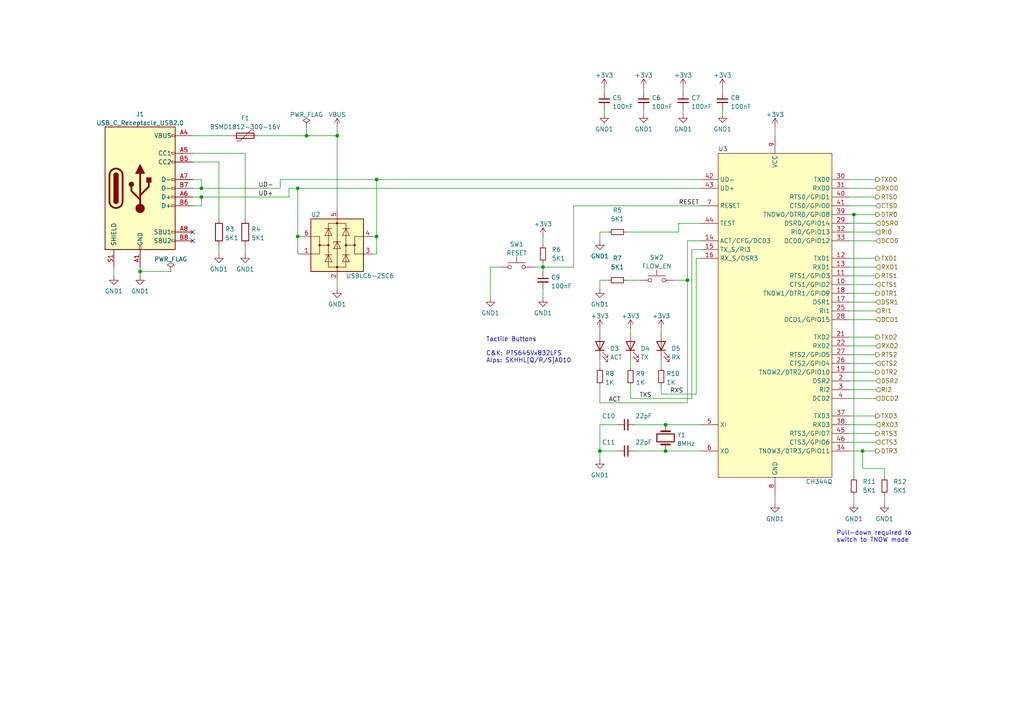
<source format=kicad_sch>
(kicad_sch (version 20211123) (generator eeschema)
  (paper "A4")
  (title_block (title "CH344 Isolated Serial Adapter") (date "2024-01-12") (rev "2") (company "Sleepy Pony Labs"))
  (lib_symbols
    (symbol "Connector:USB_C_Receptacle_USB2.0" (pin_names (offset 1.016))
      (property "Reference" "J" (at -10.16 19.05 0))
      (property "Value" "USB_C_Receptacle_USB2.0" (at 19.05 19.05 0))
      (symbol "USB_C_Receptacle_USB2.0_0_0"
        (rectangle (start -0.254 -17.78) (end 0.254 -16.764))
        (rectangle (start 10.16 -14.986) (end 9.144 -15.494))
        (rectangle (start 10.16 -12.446) (end 9.144 -12.954))
        (rectangle (start 10.16 -4.826) (end 9.144 -5.334))
        (rectangle (start 10.16 -2.286) (end 9.144 -2.794))
        (rectangle (start 10.16 0.254) (end 9.144 -0.254))
        (rectangle (start 10.16 2.794) (end 9.144 2.286))
        (rectangle (start 10.16 7.874) (end 9.144 7.366))
        (rectangle (start 10.16 10.414) (end 9.144 9.906))
        (rectangle (start 10.16 15.494) (end 9.144 14.986))
      )
      (symbol "USB_C_Receptacle_USB2.0_0_1"
        (rectangle (start -10.16 17.78) (end 10.16 -17.78) (stroke (width 0.254)) (fill (type background)))
        (arc (start -8.89 -3.81) (mid -6.985 -5.715) (end -5.08 -3.81) (stroke (width 0.508)))
        (arc (start -7.62 -3.81) (mid -6.985 -4.445) (end -6.35 -3.81) (stroke (width 0.254)))
        (arc (start -7.62 -3.81) (mid -6.985 -4.445) (end -6.35 -3.81) (stroke (width 0.254)) (fill (type outline)))
        (rectangle (start -7.62 -3.81) (end -6.35 3.81) (stroke (width 0.254)) (fill (type outline)))
        (arc (start -6.35 3.81) (mid -6.985 4.445) (end -7.62 3.81) (stroke (width 0.254)))
        (arc (start -6.35 3.81) (mid -6.985 4.445) (end -7.62 3.81) (stroke (width 0.254)) (fill (type outline)))
        (arc (start -5.08 3.81) (mid -6.985 5.715) (end -8.89 3.81) (stroke (width 0.508)))
        (circle (center -2.54 1.143) (radius 0.635) (stroke (width 0.254)) (fill (type outline)))
        (circle (center 0 -5.842) (radius 1.27) (fill (type outline)))
        (polyline (pts (xy -8.89 -3.81) (xy -8.89 3.81)) (stroke (width 0.508)))
        (polyline (pts (xy -5.08 3.81) (xy -5.08 -3.81)) (stroke (width 0.508)))
        (polyline (pts (xy 0 -5.842) (xy 0 4.318)) (stroke (width 0.508)))
        (polyline (pts (xy 0 -3.302) (xy -2.54 -0.762) (xy -2.54 0.508)) (stroke (width 0.508)))
        (polyline (pts (xy 0 -2.032) (xy 2.54 0.508) (xy 2.54 1.778)) (stroke (width 0.508)))
        (polyline (pts (xy -1.27 4.318) (xy 0 6.858) (xy 1.27 4.318) (xy -1.27 4.318)) (stroke (width 0.254)) (fill (type outline)))
        (rectangle (start 1.905 1.778) (end 3.175 3.048) (stroke (width 0.254)) (fill (type outline)))
      )
      (symbol "USB_C_Receptacle_USB2.0_1_1"
        (pin passive line (at 0 -22.86 90) (length 5.08) (name "GND") (number "A1"))
        (pin passive line (at 0 -22.86 90) (length 5.08) hide (name "GND") (number "A12"))
        (pin passive line (at 15.24 15.24 180) (length 5.08) (name "VBUS") (number "A4"))
        (pin bidirectional line (at 15.24 10.16 180) (length 5.08) (name "CC1") (number "A5"))
        (pin bidirectional line (at 15.24 -2.54 180) (length 5.08) (name "D+") (number "A6"))
        (pin bidirectional line (at 15.24 2.54 180) (length 5.08) (name "D-") (number "A7"))
        (pin bidirectional line (at 15.24 -12.7 180) (length 5.08) (name "SBU1") (number "A8"))
        (pin passive line (at 15.24 15.24 180) (length 5.08) hide (name "VBUS") (number "A9"))
        (pin passive line (at 0 -22.86 90) (length 5.08) hide (name "GND") (number "B1"))
        (pin passive line (at 0 -22.86 90) (length 5.08) hide (name "GND") (number "B12"))
        (pin passive line (at 15.24 15.24 180) (length 5.08) hide (name "VBUS") (number "B4"))
        (pin bidirectional line (at 15.24 7.62 180) (length 5.08) (name "CC2") (number "B5"))
        (pin bidirectional line (at 15.24 -5.08 180) (length 5.08) (name "D+") (number "B6"))
        (pin bidirectional line (at 15.24 0 180) (length 5.08) (name "D-") (number "B7"))
        (pin bidirectional line (at 15.24 -15.24 180) (length 5.08) (name "SBU2") (number "B8"))
        (pin passive line (at 15.24 15.24 180) (length 5.08) hide (name "VBUS") (number "B9"))
        (pin passive line (at -7.62 -22.86 90) (length 5.08) (name "SHIELD") (number "S1"))
      )
    )
    (symbol "Device:C_Small" (pin_numbers hide) (pin_names (offset 0.254) hide)
      (property "Reference" "C" (at 0.254 1.778 0))
      (property "Value" "C_Small" (at 0.254 -2.032 0))
      (symbol "C_Small_0_1"
        (polyline (pts (xy -1.524 -0.508) (xy 1.524 -0.508)) (stroke (width 0.3302)))
        (polyline (pts (xy -1.524 0.508) (xy 1.524 0.508)) (stroke (width 0.3048)))
      )
      (symbol "C_Small_1_1"
        (pin passive line (at 0 2.54 270) (length 2.032) (name "~") (number "1"))
        (pin passive line (at 0 -2.54 90) (length 2.032) (name "~") (number "2"))
      )
    )
    (symbol "Device:Crystal" (pin_numbers hide) (pin_names (offset 1.016) hide)
      (property "Reference" "Y" (at 0 3.81 0))
      (property "Value" "Crystal" (at 0 -3.81 0))
      (symbol "Crystal_0_1"
        (rectangle (start -1.143 2.54) (end 1.143 -2.54) (stroke (width 0.3048)))
        (polyline (pts (xy -2.54 0) (xy -1.905 0)))
        (polyline (pts (xy -1.905 -1.27) (xy -1.905 1.27)) (stroke (width 0.508)))
        (polyline (pts (xy 1.905 -1.27) (xy 1.905 1.27)) (stroke (width 0.508)))
        (polyline (pts (xy 2.54 0) (xy 1.905 0)))
      )
      (symbol "Crystal_1_1"
        (pin passive line (at -3.81 0 0) (length 1.27) (name "1") (number "1"))
        (pin passive line (at 3.81 0 180) (length 1.27) (name "2") (number "2"))
      )
    )
    (symbol "Device:LED" (pin_numbers hide) (pin_names (offset 1.016) hide)
      (property "Reference" "D" (at 0 2.54 0))
      (property "Value" "LED" (at 0 -2.54 0))
      (symbol "LED_0_1"
        (polyline (pts (xy -1.27 -1.27) (xy -1.27 1.27)) (stroke (width 0.254)))
        (polyline (pts (xy -1.27 0) (xy 1.27 0)))
        (polyline (pts (xy 1.27 -1.27) (xy 1.27 1.27) (xy -1.27 0) (xy 1.27 -1.27)) (stroke (width 0.254)))
        (polyline (pts (xy -3.048 -0.762) (xy -4.572 -2.286) (xy -3.81 -2.286) (xy -4.572 -2.286) (xy -4.572 -1.524)))
        (polyline (pts (xy -1.778 -0.762) (xy -3.302 -2.286) (xy -2.54 -2.286) (xy -3.302 -2.286) (xy -3.302 -1.524)))
      )
      (symbol "LED_1_1"
        (pin passive line (at -3.81 0 0) (length 2.54) (name "K") (number "1"))
        (pin passive line (at 3.81 0 180) (length 2.54) (name "A") (number "2"))
      )
    )
    (symbol "Device:Polyfuse" (pin_numbers hide) (pin_names (offset 0))
      (property "Reference" "F" (at -2.54 0 90))
      (property "Value" "Polyfuse" (at 2.54 0 90))
      (symbol "Polyfuse_0_1"
        (rectangle (start -0.762 2.54) (end 0.762 -2.54) (stroke (width 0.254)))
        (polyline (pts (xy 0 2.54) (xy 0 -2.54)))
        (polyline (pts (xy -1.524 2.54) (xy -1.524 1.524) (xy 1.524 -1.524) (xy 1.524 -2.54)))
      )
      (symbol "Polyfuse_1_1"
        (pin passive line (at 0 3.81 270) (length 1.27) (name "~") (number "1"))
        (pin passive line (at 0 -3.81 90) (length 1.27) (name "~") (number "2"))
      )
    )
    (symbol "Device:R" (pin_numbers hide) (pin_names (offset 0))
      (property "Reference" "R" (at 2.032 0 90))
      (property "Value" "R" (at 0 0 90))
      (symbol "R_0_1"
        (rectangle (start -1.016 -2.54) (end 1.016 2.54) (stroke (width 0.254)))
      )
      (symbol "R_1_1"
        (pin passive line (at 0 3.81 270) (length 1.27) (name "~") (number "1"))
        (pin passive line (at 0 -3.81 90) (length 1.27) (name "~") (number "2"))
      )
    )
    (symbol "Device:R_Small" (pin_numbers hide) (pin_names (offset 0.254) hide)
      (property "Reference" "R" (at 0.762 0.508 0))
      (property "Value" "R_Small" (at 0.762 -1.016 0))
      (symbol "R_Small_0_1"
        (rectangle (start -0.762 1.778) (end 0.762 -1.778) (stroke (width 0.2032)))
      )
      (symbol "R_Small_1_1"
        (pin passive line (at 0 2.54 270) (length 0.762) (name "~") (number "1"))
        (pin passive line (at 0 -2.54 90) (length 0.762) (name "~") (number "2"))
      )
    )
    (symbol "Power_Protection:USBLC6-2SC6" (pin_names hide)
      (property "Reference" "U" (at 2.54 8.89 0))
      (property "Value" "USBLC6-2SC6" (at 2.54 -8.89 0))
      (symbol "USBLC6-2SC6_0_1"
        (rectangle (start -7.62 -7.62) (end 7.62 7.62) (stroke (width 0.254)) (fill (type background)))
        (circle (center -5.08 0) (radius 0.254) (fill (type outline)))
        (circle (center -2.54 0) (radius 0.254) (fill (type outline)))
        (rectangle (start -2.54 6.35) (end 2.54 -6.35))
        (circle (center 0 -6.35) (radius 0.254) (fill (type outline)))
        (polyline (pts (xy -5.08 -2.54) (xy -7.62 -2.54)))
        (polyline (pts (xy -5.08 0) (xy -5.08 -2.54)))
        (polyline (pts (xy -5.08 2.54) (xy -7.62 2.54)))
        (polyline (pts (xy -1.524 -2.794) (xy -3.556 -2.794)))
        (polyline (pts (xy -1.524 4.826) (xy -3.556 4.826)))
        (polyline (pts (xy 0 -7.62) (xy 0 -6.35)))
        (polyline (pts (xy 0 -6.35) (xy 0 1.27)))
        (polyline (pts (xy 0 1.27) (xy 0 6.35)))
        (polyline (pts (xy 0 6.35) (xy 0 7.62)))
        (polyline (pts (xy 1.524 -2.794) (xy 3.556 -2.794)))
        (polyline (pts (xy 1.524 4.826) (xy 3.556 4.826)))
        (polyline (pts (xy 5.08 -2.54) (xy 7.62 -2.54)))
        (polyline (pts (xy 5.08 0) (xy 5.08 -2.54)))
        (polyline (pts (xy 5.08 2.54) (xy 7.62 2.54)))
        (polyline (pts (xy -2.54 0) (xy -5.08 0) (xy -5.08 2.54)))
        (polyline (pts (xy 2.54 0) (xy 5.08 0) (xy 5.08 2.54)))
        (polyline (pts (xy -3.556 -4.826) (xy -1.524 -4.826) (xy -2.54 -2.794) (xy -3.556 -4.826)))
        (polyline (pts (xy -3.556 2.794) (xy -1.524 2.794) (xy -2.54 4.826) (xy -3.556 2.794)))
        (polyline (pts (xy -1.016 -1.016) (xy 1.016 -1.016) (xy 0 1.016) (xy -1.016 -1.016)))
        (polyline (pts (xy 1.016 1.016) (xy 0.762 1.016) (xy -1.016 1.016) (xy -1.016 0.508)))
        (polyline (pts (xy 3.556 -4.826) (xy 1.524 -4.826) (xy 2.54 -2.794) (xy 3.556 -4.826)))
        (polyline (pts (xy 3.556 2.794) (xy 1.524 2.794) (xy 2.54 4.826) (xy 3.556 2.794)))
        (circle (center 0 6.35) (radius 0.254) (fill (type outline)))
        (circle (center 2.54 0) (radius 0.254) (fill (type outline)))
        (circle (center 5.08 0) (radius 0.254) (fill (type outline)))
      )
      (symbol "USBLC6-2SC6_1_1"
        (pin passive line (at -10.16 -2.54 0) (length 2.54) (name "I/O1") (number "1"))
        (pin passive line (at 0 -10.16 90) (length 2.54) (name "GND") (number "2"))
        (pin passive line (at 10.16 -2.54 180) (length 2.54) (name "I/O2") (number "3"))
        (pin passive line (at 10.16 2.54 180) (length 2.54) (name "I/O2") (number "4"))
        (pin passive line (at 0 10.16 270) (length 2.54) (name "VBUS") (number "5"))
        (pin passive line (at -10.16 2.54 0) (length 2.54) (name "I/O1") (number "6"))
      )
    )
    (symbol "Switch:SW_Push" (pin_numbers hide) (pin_names (offset 1.016) hide)
      (property "Reference" "SW" (at 1.27 2.54 0))
      (property "Value" "SW_Push" (at 0 -1.524 0))
      (symbol "SW_Push_0_1"
        (circle (center -2.032 0) (radius 0.508))
        (polyline (pts (xy 0 1.27) (xy 0 3.048)))
        (polyline (pts (xy 2.54 1.27) (xy -2.54 1.27)))
        (circle (center 2.032 0) (radius 0.508))
        (pin passive line (at -5.08 0 0) (length 2.54) (name "1") (number "1"))
        (pin passive line (at 5.08 0 180) (length 2.54) (name "2") (number "2"))
      )
    )
    (symbol "isolated_serial_adapter:CH344Q"
      (property "Reference" "U" (at -15.24 52.07 0))
      (property "Value" "CH344Q" (at 12.7 -44.45 0))
      (symbol "CH344Q_0_1"
        (rectangle (start -16.51 50.8) (end 16.51 -43.18) (stroke (width 0.1524)) (fill (type background)))
      )
      (symbol "CH344Q_1_1"
        (pin no_connect line (at -21.59 15.24 0) (length 5.08) hide (name "NC") (number "1"))
        (pin bidirectional line (at 21.59 12.7 180) (length 5.08) (name "CTS1/GPIO2") (number "10"))
        (pin bidirectional line (at 21.59 15.24 180) (length 5.08) (name "RTS1/GPIO3") (number "11"))
        (pin output line (at 21.59 20.32 180) (length 5.08) (name "TXD1") (number "12"))
        (pin input line (at 21.59 17.78 180) (length 5.08) (name "RXD1") (number "13"))
        (pin bidirectional line (at -21.59 25.4 0) (length 5.08) (name "ACT/CFG/DCD3") (number "14"))
        (pin output line (at -21.59 22.86 0) (length 5.08) (name "TX_S/RI3") (number "15"))
        (pin output line (at -21.59 20.32 0) (length 5.08) (name "RX_S/DSR3") (number "16"))
        (pin input line (at 21.59 7.62 180) (length 5.08) (name "DSR1") (number "17"))
        (pin bidirectional line (at 21.59 10.16 180) (length 5.08) (name "TNOW1/DTR1/GPIO9") (number "18"))
        (pin bidirectional line (at 21.59 -12.7 180) (length 5.08) (name "TNOW2/DTR2/GPIO10") (number "19"))
        (pin input line (at 21.59 -15.24 180) (length 5.08) (name "DSR2") (number "2"))
        (pin power_in line (at 0 -48.26 90) (length 5.08) hide (name "GND") (number "20"))
        (pin output line (at 21.59 -2.54 180) (length 5.08) (name "TXD2") (number "21"))
        (pin input line (at 21.59 -5.08 180) (length 5.08) (name "RXD2") (number "22"))
        (pin power_in line (at 0 -48.26 90) (length 5.08) hide (name "GND") (number "23"))
        (pin power_in line (at 0 55.88 270) (length 5.08) hide (name "VCC") (number "24"))
        (pin input line (at 21.59 5.08 180) (length 5.08) (name "RI1") (number "25"))
        (pin bidirectional line (at 21.59 -10.16 180) (length 5.08) (name "CTS2/GPIO4") (number "26"))
        (pin bidirectional line (at 21.59 -7.62 180) (length 5.08) (name "RTS2/GPIO5") (number "27"))
        (pin bidirectional line (at 21.59 2.54 180) (length 5.08) (name "DCD1/GPIO15") (number "28"))
        (pin bidirectional line (at 21.59 30.48 180) (length 5.08) (name "DSR0/GPIO14") (number "29"))
        (pin input line (at 21.59 -17.78 180) (length 5.08) (name "RI2") (number "3"))
        (pin output line (at 21.59 43.18 180) (length 5.08) (name "TXD0") (number "30"))
        (pin input line (at 21.59 40.64 180) (length 5.08) (name "RXD0") (number "31"))
        (pin bidirectional line (at 21.59 27.94 180) (length 5.08) (name "RI0/GPIO13") (number "32"))
        (pin bidirectional line (at 21.59 25.4 180) (length 5.08) (name "DCD0/GPIO12") (number "33"))
        (pin bidirectional line (at 21.59 -35.56 180) (length 5.08) (name "TNOW3/DTR3/GPIO11") (number "34"))
        (pin power_in line (at 0 -48.26 90) (length 5.08) hide (name "GND") (number "35"))
        (pin power_in line (at 0 55.88 270) (length 5.08) hide (name "VCC") (number "36"))
        (pin output line (at 21.59 -25.4 180) (length 5.08) (name "TXD3") (number "37"))
        (pin input line (at 21.59 -27.94 180) (length 5.08) (name "RXD3") (number "38"))
        (pin bidirectional line (at 21.59 33.02 180) (length 5.08) (name "TNOW0/DTR0/GPIO8") (number "39"))
        (pin input line (at 21.59 -20.32 180) (length 5.08) (name "DCD2") (number "4"))
        (pin bidirectional line (at 21.59 38.1 180) (length 5.08) (name "RTS0/GPIO1") (number "40"))
        (pin bidirectional line (at 21.59 35.56 180) (length 5.08) (name "CTS0/GPIO0") (number "41"))
        (pin bidirectional line (at -21.59 43.18 0) (length 5.08) (name "UD-") (number "42"))
        (pin bidirectional line (at -21.59 40.64 0) (length 5.08) (name "UD+") (number "43"))
        (pin bidirectional line (at -21.59 30.48 0) (length 5.08) (name "TEST") (number "44"))
        (pin bidirectional line (at 21.59 -30.48 180) (length 5.08) (name "RTS3/GPIO7") (number "45"))
        (pin bidirectional line (at 21.59 -33.02 180) (length 5.08) (name "CTS3/GPIO6") (number "46"))
        (pin power_in line (at 0 -48.26 90) (length 5.08) hide (name "GND") (number "47"))
        (pin power_in line (at 0 55.88 270) (length 5.08) hide (name "VCC") (number "48"))
        (pin passive line (at -21.59 -27.94 0) (length 5.08) (name "XI") (number "5"))
        (pin passive line (at -21.59 -35.56 0) (length 5.08) (name "XO") (number "6"))
        (pin input line (at -21.59 35.56 0) (length 5.08) (name "RESET") (number "7"))
        (pin power_in line (at 0 -48.26 90) (length 5.08) (name "GND") (number "8"))
        (pin power_in line (at 0 55.88 270) (length 5.08) (name "VCC") (number "9"))
      )
    )
    (symbol "power:+3V3" (power) (pin_names (offset 0))
      (property "Value" "+3V3" (at 0 3.556 0))
      (symbol "+3V3_0_1"
        (polyline (pts (xy -0.762 1.27) (xy 0 2.54)))
        (polyline (pts (xy 0 0) (xy 0 2.54)))
        (polyline (pts (xy 0 2.54) (xy 0.762 1.27)))
      )
      (symbol "+3V3_1_1"
        (pin power_in line (at 0 0 90) (length 0) hide (name "+3V3") (number "1"))
      )
    )
    (symbol "power:GND1" (power) (pin_names (offset 0))
      (property "Value" "GND1" (at 0 -3.81 0))
      (symbol "GND1_0_1"
        (polyline (pts (xy 0 0) (xy 0 -1.27) (xy 1.27 -1.27) (xy 0 -2.54) (xy -1.27 -1.27) (xy 0 -1.27)))
      )
      (symbol "GND1_1_1"
        (pin power_in line (at 0 0 270) (length 0) hide (name "GND1") (number "1"))
      )
    )
    (symbol "power:PWR_FLAG" (power) (pin_numbers hide) (pin_names (offset 0) hide)
      (property "Value" "PWR_FLAG" (at 0 3.81 0))
      (symbol "PWR_FLAG_0_0"
        (pin power_out line (at 0 0 90) (length 0) (name "pwr") (number "1"))
      )
      (symbol "PWR_FLAG_0_1"
        (polyline (pts (xy 0 0) (xy 0 1.27) (xy -1.016 1.905) (xy 0 2.54) (xy 1.016 1.905) (xy 0 1.27)))
      )
    )
    (symbol "power:VBUS" (power) (pin_names (offset 0))
      (property "Value" "VBUS" (at 0 3.81 0))
      (symbol "VBUS_0_1"
        (polyline (pts (xy -0.762 1.27) (xy 0 2.54)))
        (polyline (pts (xy 0 0) (xy 0 2.54)))
        (polyline (pts (xy 0 2.54) (xy 0.762 1.27)))
      )
      (symbol "VBUS_1_1"
        (pin power_in line (at 0 0 90) (length 0) hide (name "VBUS") (number "1"))
      )
    )
  )
  (junction (at 173.99 130.81))
  (junction (at 157.48 77.47))
  (junction (at 250.19 130.81))
  (junction (at 247.65 62.23))
  (junction (at 109.22 68.58))
  (junction (at 88.9 39.37))
  (junction (at 58.42 57.15))
  (junction (at 109.22 52.07))
  (junction (at 193.04 123.19))
  (junction (at 199.39 81.28))
  (junction (at 97.79 39.37))
  (junction (at 86.36 68.58))
  (junction (at 58.42 54.61))
  (junction (at 86.36 54.61))
  (junction (at 193.04 130.81))
  (junction (at 40.64 78.74))
  (no_connect (at 55.88 67.31))
  (no_connect (at 55.88 69.85))
  (wire (pts (xy 246.38 87.63) (xy 254 87.63)))
  (wire (pts (xy 246.38 74.93) (xy 254 74.93)))
  (wire (pts (xy 157.48 77.47) (xy 157.48 78.74)))
  (wire (pts (xy 157.48 68.58) (xy 157.48 71.12)))
  (wire (pts (xy 176.53 81.28) (xy 173.99 81.28)))
  (wire (pts (xy 209.55 25.4) (xy 209.55 26.67)))
  (wire (pts (xy 203.2 72.39) (xy 200.66 72.39)))
  (wire (pts (xy 86.36 54.61) (xy 203.2 54.61)))
  (wire (pts (xy 182.88 104.14) (xy 182.88 106.68)))
  (wire (pts (xy 97.79 36.83) (xy 97.79 39.37)))
  (wire (pts (xy 176.53 67.31) (xy 173.99 67.31)))
  (wire (pts (xy 88.9 36.83) (xy 88.9 39.37)))
  (wire (pts (xy 250.19 130.81) (xy 254 130.81)))
  (wire (pts (xy 246.38 105.41) (xy 254 105.41)))
  (wire (pts (xy 55.88 44.45) (xy 71.12 44.45)))
  (wire (pts (xy 173.99 130.81) (xy 173.99 133.35)))
  (wire (pts (xy 40.64 77.47) (xy 40.64 78.74)))
  (wire (pts (xy 246.38 123.19) (xy 254 123.19)))
  (wire (pts (xy 81.28 52.07) (xy 109.22 52.07)))
  (wire (pts (xy 203.2 59.69) (xy 166.37 59.69)))
  (wire (pts (xy 58.42 54.61) (xy 81.28 54.61)))
  (wire (pts (xy 246.38 82.55) (xy 254 82.55)))
  (wire (pts (xy 109.22 52.07) (xy 109.22 68.58)))
  (wire (pts (xy 203.2 74.93) (xy 201.93 74.93)))
  (wire (pts (xy 186.69 31.75) (xy 186.69 33.02)))
  (wire (pts (xy 109.22 68.58) (xy 109.22 73.66)))
  (wire (pts (xy 166.37 59.69) (xy 166.37 77.47)))
  (wire (pts (xy 86.36 73.66) (xy 87.63 73.66)))
  (wire (pts (xy 86.36 54.61) (xy 86.36 68.58)))
  (wire (pts (xy 246.38 92.71) (xy 254 92.71)))
  (wire (pts (xy 173.99 67.31) (xy 173.99 69.85)))
  (wire (pts (xy 181.61 67.31) (xy 196.85 67.31)))
  (wire (pts (xy 181.61 81.28) (xy 185.42 81.28)))
  (wire (pts (xy 40.64 78.74) (xy 40.64 80.01)))
  (wire (pts (xy 173.99 104.14) (xy 173.99 106.68)))
  (wire (pts (xy 246.38 80.01) (xy 254 80.01)))
  (wire (pts (xy 246.38 57.15) (xy 254 57.15)))
  (wire (pts (xy 199.39 81.28) (xy 199.39 116.84)))
  (wire (pts (xy 246.38 125.73) (xy 254 125.73)))
  (wire (pts (xy 33.02 77.47) (xy 33.02 80.01)))
  (wire (pts (xy 191.77 104.14) (xy 191.77 106.68)))
  (wire (pts (xy 186.69 25.4) (xy 186.69 26.67)))
  (wire (pts (xy 246.38 90.17) (xy 254 90.17)))
  (wire (pts (xy 182.88 115.57) (xy 182.88 111.76)))
  (wire (pts (xy 175.26 25.4) (xy 175.26 26.67)))
  (wire (pts (xy 199.39 69.85) (xy 199.39 81.28)))
  (wire (pts (xy 246.38 52.07) (xy 254 52.07)))
  (wire (pts (xy 97.79 39.37) (xy 97.79 60.96)))
  (wire (pts (xy 109.22 73.66) (xy 107.95 73.66)))
  (wire (pts (xy 191.77 114.3) (xy 191.77 111.76)))
  (wire (pts (xy 55.88 57.15) (xy 58.42 57.15)))
  (wire (pts (xy 58.42 52.07) (xy 58.42 54.61)))
  (wire (pts (xy 74.93 39.37) (xy 88.9 39.37)))
  (wire (pts (xy 200.66 115.57) (xy 182.88 115.57)))
  (wire (pts (xy 199.39 116.84) (xy 173.99 116.84)))
  (wire (pts (xy 201.93 74.93) (xy 201.93 114.3)))
  (wire (pts (xy 157.48 76.2) (xy 157.48 77.47)))
  (wire (pts (xy 182.88 95.25) (xy 182.88 96.52)))
  (wire (pts (xy 196.85 67.31) (xy 196.85 64.77)))
  (wire (pts (xy 55.88 52.07) (xy 58.42 52.07)))
  (wire (pts (xy 142.24 77.47) (xy 142.24 86.36)))
  (wire (pts (xy 246.38 62.23) (xy 247.65 62.23)))
  (wire (pts (xy 246.38 100.33) (xy 254 100.33)))
  (wire (pts (xy 157.48 83.82) (xy 157.48 86.36)))
  (wire (pts (xy 246.38 110.49) (xy 254 110.49)))
  (wire (pts (xy 246.38 102.87) (xy 254 102.87)))
  (wire (pts (xy 184.15 130.81) (xy 193.04 130.81)))
  (wire (pts (xy 224.79 143.51) (xy 224.79 146.05)))
  (wire (pts (xy 154.94 77.47) (xy 157.48 77.47)))
  (wire (pts (xy 83.82 57.15) (xy 83.82 54.61)))
  (wire (pts (xy 184.15 123.19) (xy 193.04 123.19)))
  (wire (pts (xy 191.77 95.25) (xy 191.77 96.52)))
  (wire (pts (xy 88.9 39.37) (xy 97.79 39.37)))
  (wire (pts (xy 256.54 135.89) (xy 250.19 135.89)))
  (wire (pts (xy 200.66 72.39) (xy 200.66 115.57)))
  (wire (pts (xy 246.38 67.31) (xy 254 67.31)))
  (wire (pts (xy 173.99 81.28) (xy 173.99 83.82)))
  (wire (pts (xy 247.65 62.23) (xy 247.65 138.43)))
  (wire (pts (xy 58.42 57.15) (xy 58.42 59.69)))
  (wire (pts (xy 81.28 54.61) (xy 81.28 52.07)))
  (wire (pts (xy 247.65 143.51) (xy 247.65 146.05)))
  (wire (pts (xy 63.5 71.12) (xy 63.5 73.66)))
  (wire (pts (xy 107.95 68.58) (xy 109.22 68.58)))
  (wire (pts (xy 109.22 52.07) (xy 203.2 52.07)))
  (wire (pts (xy 224.79 36.83) (xy 224.79 39.37)))
  (wire (pts (xy 246.38 115.57) (xy 254 115.57)))
  (wire (pts (xy 179.07 123.19) (xy 173.99 123.19)))
  (wire (pts (xy 195.58 81.28) (xy 199.39 81.28)))
  (wire (pts (xy 175.26 31.75) (xy 175.26 33.02)))
  (wire (pts (xy 198.12 25.4) (xy 198.12 26.67)))
  (wire (pts (xy 250.19 135.89) (xy 250.19 130.81)))
  (wire (pts (xy 246.38 120.65) (xy 254 120.65)))
  (wire (pts (xy 166.37 77.47) (xy 157.48 77.47)))
  (wire (pts (xy 246.38 113.03) (xy 254 113.03)))
  (wire (pts (xy 246.38 64.77) (xy 254 64.77)))
  (wire (pts (xy 193.04 123.19) (xy 203.2 123.19)))
  (wire (pts (xy 198.12 31.75) (xy 198.12 33.02)))
  (wire (pts (xy 71.12 71.12) (xy 71.12 73.66)))
  (wire (pts (xy 246.38 77.47) (xy 254 77.47)))
  (wire (pts (xy 97.79 81.28) (xy 97.79 83.82)))
  (wire (pts (xy 58.42 59.69) (xy 55.88 59.69)))
  (wire (pts (xy 193.04 130.81) (xy 203.2 130.81)))
  (wire (pts (xy 246.38 69.85) (xy 254 69.85)))
  (wire (pts (xy 256.54 143.51) (xy 256.54 146.05)))
  (wire (pts (xy 55.88 46.99) (xy 63.5 46.99)))
  (wire (pts (xy 71.12 44.45) (xy 71.12 63.5)))
  (wire (pts (xy 209.55 31.75) (xy 209.55 33.02)))
  (wire (pts (xy 173.99 95.25) (xy 173.99 96.52)))
  (wire (pts (xy 86.36 68.58) (xy 86.36 73.66)))
  (wire (pts (xy 203.2 69.85) (xy 199.39 69.85)))
  (wire (pts (xy 173.99 130.81) (xy 179.07 130.81)))
  (wire (pts (xy 256.54 138.43) (xy 256.54 135.89)))
  (wire (pts (xy 201.93 114.3) (xy 191.77 114.3)))
  (wire (pts (xy 173.99 116.84) (xy 173.99 111.76)))
  (wire (pts (xy 58.42 57.15) (xy 83.82 57.15)))
  (wire (pts (xy 144.78 77.47) (xy 142.24 77.47)))
  (wire (pts (xy 246.38 54.61) (xy 254 54.61)))
  (wire (pts (xy 58.42 54.61) (xy 55.88 54.61)))
  (wire (pts (xy 246.38 128.27) (xy 254 128.27)))
  (wire (pts (xy 247.65 62.23) (xy 254 62.23)))
  (wire (pts (xy 63.5 46.99) (xy 63.5 63.5)))
  (wire (pts (xy 83.82 54.61) (xy 86.36 54.61)))
  (wire (pts (xy 246.38 97.79) (xy 254 97.79)))
  (wire (pts (xy 87.63 68.58) (xy 86.36 68.58)))
  (wire (pts (xy 246.38 85.09) (xy 254 85.09)))
  (wire (pts (xy 173.99 123.19) (xy 173.99 130.81)))
  (wire (pts (xy 246.38 59.69) (xy 254 59.69)))
  (wire (pts (xy 55.88 39.37) (xy 67.31 39.37)))
  (wire (pts (xy 246.38 107.95) (xy 254 107.95)))
  (wire (pts (xy 196.85 64.77) (xy 203.2 64.77)))
  (wire (pts (xy 246.38 130.81) (xy 250.19 130.81)))
  (wire (pts (xy 40.64 78.74) (xy 49.53 78.74)))
  (text "Tactile Buttons\n\nC&K: PTS645Vx832LFS\nAlps: SKHHL[Q/R/S]A010" (at 140.97 105.41 0) (effects (font (size 1.27 1.27)) (justify left bottom)))
  (text "Pull-down required to\nswitch to TNOW mode\n" (at 242.57 157.48 0) (effects (font (size 1.27 1.27)) (justify left bottom)))
  (label "UD+" (at 74.93 57.15 0))
  (label "ACT" (at 176.53 116.84 0))
  (label "TXS" (at 185.42 115.57 0))
  (label "RESET" (at 196.85 59.69 0))
  (label "UD-" (at 74.93 54.61 0))
  (label "RXS" (at 194.31 114.3 0))
  (hierarchical_label "TXD1" (shape output) (at 254 74.93 0))
  (hierarchical_label "RXD0" (shape input) (at 254 54.61 0))
  (hierarchical_label "RTS0" (shape output) (at 254 57.15 0))
  (hierarchical_label "TXD0" (shape output) (at 254 52.07 0))
  (hierarchical_label "CTS2" (shape input) (at 254 105.41 0))
  (hierarchical_label "CTS0" (shape input) (at 254 59.69 0))
  (hierarchical_label "DCD1" (shape input) (at 254 92.71 0))
  (hierarchical_label "TXD3" (shape output) (at 254 120.65 0))
  (hierarchical_label "RXD1" (shape input) (at 254 77.47 0))
  (hierarchical_label "RI2" (shape input) (at 254 113.03 0))
  (hierarchical_label "RTS3" (shape output) (at 254 125.73 0))
  (hierarchical_label "DCD0" (shape input) (at 254 69.85 0))
  (hierarchical_label "DSR0" (shape input) (at 254 64.77 0))
  (hierarchical_label "RTS2" (shape output) (at 254 102.87 0))
  (hierarchical_label "DCD2" (shape input) (at 254 115.57 0))
  (hierarchical_label "DSR2" (shape input) (at 254 110.49 0))
  (hierarchical_label "RTS1" (shape output) (at 254 80.01 0))
  (hierarchical_label "DSR1" (shape input) (at 254 87.63 0))
  (hierarchical_label "RXD2" (shape input) (at 254 100.33 0))
  (hierarchical_label "RI1" (shape input) (at 254 90.17 0))
  (hierarchical_label "DTR2" (shape output) (at 254 107.95 0))
  (hierarchical_label "DTR0" (shape output) (at 254 62.23 0))
  (hierarchical_label "DTR3" (shape output) (at 254 130.81 0))
  (hierarchical_label "CTS1" (shape input) (at 254 82.55 0))
  (hierarchical_label "TXD2" (shape output) (at 254 97.79 0))
  (hierarchical_label "CTS3" (shape input) (at 254 128.27 0))
  (hierarchical_label "DTR1" (shape output) (at 254 85.09 0))
  (hierarchical_label "RXD3" (shape input) (at 254 123.19 0))
  (hierarchical_label "RI0" (shape input) (at 254 67.31 0))
  (symbol (lib_id "power:+3V3") (at 191.77 95.25 0) (unit 1)
    (property "Reference" "#PWR036" (effects hide))
    (property "Value" "+3V3" (at 191.77 91.6742 0))
  )
  (symbol (lib_id "Device:C_Small") (at 186.69 29.21 0) (unit 1)
    (property "Reference" "C6" (at 189.0141 28.3816 0) (effects (justify left)))
    (property "Value" "100nF" (at 189.0141 30.9185 0) (effects (justify left)))
    (property "Footprint" "Capacitor_SMD:C_0603_1608Metric" (effects hide))
  )
  (symbol (lib_id "power:GND1") (at 142.24 86.36 0) (unit 1)
    (property "Reference" "#PWR032" (effects hide))
    (property "Value" "GND1" (at 142.24 90.8034 0))
  )
  (symbol (lib_id "Device:LED") (at 182.88 100.33 90) (unit 1)
    (property "Reference" "D4" (at 185.801 101.0828 90) (effects (justify right)))
    (property "Value" "TX" (at 185.801 103.6197 90) (effects (justify right)))
    (property "Footprint" "LED_THT:LED_D3.0mm_Clear" (effects hide))
  )
  (symbol (lib_id "Device:C_Small") (at 175.26 29.21 0) (unit 1)
    (property "Reference" "C5" (at 177.5841 28.3816 0) (effects (justify left)))
    (property "Value" "100nF" (at 177.5841 30.9185 0) (effects (justify left)))
    (property "Footprint" "Capacitor_SMD:C_0603_1608Metric" (effects hide))
  )
  (symbol (lib_id "power:GND1") (at 71.12 73.66 0) (unit 1)
    (property "Reference" "#PWR027" (effects hide))
    (property "Value" "GND1" (at 71.12 78.1034 0))
  )
  (symbol (lib_id "power:GND1") (at 173.99 83.82 0) (unit 1)
    (property "Reference" "#PWR031" (effects hide))
    (property "Value" "GND1" (at 173.99 88.2634 0))
  )
  (symbol (lib_id "Device:R_Small") (at 157.48 73.66 180) (unit 1)
    (property "Reference" "R6" (at 160.02 72.3899 0) (effects (justify right)))
    (property "Value" "5K1" (at 160.02 74.9299 0) (effects (justify right)))
    (property "Footprint" "Resistor_SMD:R_0603_1608Metric" (effects hide))
  )
  (symbol (lib_id "Power_Protection:USBLC6-2SC6") (at 97.79 71.12 0) (unit 1)
    (property "Reference" "U2" (at 90.17 62.23 0) (effects (justify left)))
    (property "Value" "USBLC6-2SC6" (at 100.33 80.01 0) (effects (justify left)))
    (property "Footprint" "Package_TO_SOT_SMD:SOT-23-6" (effects hide))
    (property "Datasheet" "https://www.st.com/resource/en/datasheet/usblc6-2.pdf" (effects hide))
  )
  (symbol (lib_id "Device:C_Small") (at 209.55 29.21 0) (unit 1)
    (property "Reference" "C8" (at 211.8741 28.3816 0) (effects (justify left)))
    (property "Value" "100nF" (at 211.8741 30.9185 0) (effects (justify left)))
    (property "Footprint" "Capacitor_SMD:C_0603_1608Metric" (effects hide))
  )
  (symbol (lib_id "Device:R_Small") (at 179.07 81.28 90) (unit 1)
    (property "Reference" "R7" (at 179.07 74.93 90))
    (property "Value" "5K1" (at 179.07 77.47 90))
    (property "Footprint" "Resistor_SMD:R_0603_1608Metric" (effects hide))
  )
  (symbol (lib_id "Switch:SW_Push") (at 149.86 77.47 0) (unit 1)
    (property "Reference" "SW1" (at 149.86 70.8492 0))
    (property "Value" "RESET" (at 149.86 73.3861 0))
    (property "Footprint" "Button_Switch_THT:SW_Tactile_SPST_Angled_PTS645Vx83-2LFS" (effects hide))
  )
  (symbol (lib_id "Device:R_Small") (at 247.65 140.97 0) (unit 1)
    (property "Reference" "R11" (at 250.19 139.6999 0) (effects (justify left)))
    (property "Value" "5K1" (at 250.19 142.2399 0) (effects (justify left)))
    (property "Footprint" "Resistor_SMD:R_0603_1608Metric" (effects hide))
  )
  (symbol (lib_id "power:+3V3") (at 157.48 68.58 0) (unit 1)
    (property "Reference" "#PWR024" (effects hide))
    (property "Value" "+3V3" (at 157.48 65.0042 0))
  )
  (symbol (lib_id "power:GND1") (at 173.99 133.35 0) (unit 1)
    (property "Reference" "#PWR037" (effects hide))
    (property "Value" "GND1" (at 173.99 137.7934 0))
  )
  (symbol (lib_id "Device:C_Small") (at 198.12 29.21 0) (unit 1)
    (property "Reference" "C7" (at 200.4441 28.3816 0) (effects (justify left)))
    (property "Value" "100nF" (at 200.4441 30.9185 0) (effects (justify left)))
    (property "Footprint" "Capacitor_SMD:C_0603_1608Metric" (effects hide))
  )
  (symbol (lib_id "power:GND1") (at 63.5 73.66 0) (unit 1)
    (property "Reference" "#PWR026" (effects hide))
    (property "Value" "GND1" (at 63.5 78.1034 0))
  )
  (symbol (lib_id "power:PWR_FLAG") (at 88.9 36.83 0) (unit 1)
    (property "Reference" "#FLG01" (effects hide))
    (property "Value" "PWR_FLAG" (at 88.9 33.2542 0))
  )
  (symbol (lib_id "power:+3V3") (at 186.69 25.4 0) (unit 1)
    (property "Reference" "#PWR015" (effects hide))
    (property "Value" "+3V3" (at 186.69 21.8242 0))
  )
  (symbol (lib_id "power:+3V3") (at 224.79 36.83 0) (unit 1)
    (property "Reference" "#PWR023" (effects hide))
    (property "Value" "+3V3" (at 224.79 33.2542 0))
  )
  (symbol (lib_id "Device:R_Small") (at 256.54 140.97 0) (unit 1)
    (property "Reference" "R12" (at 259.08 139.6999 0) (effects (justify left)))
    (property "Value" "5K1" (at 259.08 142.2399 0) (effects (justify left)))
    (property "Footprint" "Resistor_SMD:R_0603_1608Metric" (effects hide))
  )
  (symbol (lib_id "Device:C_Small") (at 157.48 81.28 0) (unit 1)
    (property "Reference" "C9" (at 159.8041 80.4516 0) (effects (justify left)))
    (property "Value" "100nF" (at 159.8041 82.9885 0) (effects (justify left)))
    (property "Footprint" "Capacitor_SMD:C_0603_1608Metric" (effects hide))
  )
  (symbol (lib_id "power:GND1") (at 40.64 80.01 0) (unit 1)
    (property "Reference" "#PWR029" (effects hide))
    (property "Value" "GND1" (at 40.64 84.4534 0))
  )
  (symbol (lib_id "power:+3V3") (at 173.99 95.25 0) (unit 1)
    (property "Reference" "#PWR034" (effects hide))
    (property "Value" "+3V3" (at 173.99 91.6742 0))
  )
  (symbol (lib_id "Connector:USB_C_Receptacle_USB2.0") (at 40.64 54.61 0) (unit 1)
    (property "Reference" "J1" (at 40.64 33.1302 0))
    (property "Value" "USB_C_Receptacle_USB2.0" (at 40.64 35.6671 0))
    (property "Footprint" "isolated_serial_adapter:USB_C_Receptacle_HRO_TYPE-C-31-M-12_NO_SBU" (effects hide))
    (property "Datasheet" "https://www.usb.org/sites/default/files/documents/usb_type-c.zip" (effects hide))
  )
  (symbol (lib_id "power:+3V3") (at 209.55 25.4 0) (unit 1)
    (property "Reference" "#PWR017" (effects hide))
    (property "Value" "+3V3" (at 209.55 21.8242 0))
  )
  (symbol (lib_id "Device:Polyfuse") (at 71.12 39.37 90) (unit 1)
    (property "Reference" "F1" (at 71.12 34.2732 90))
    (property "Value" "BSMD1812-300-16V" (at 71.12 36.8101 90))
    (property "Footprint" "Fuse:Fuse_1812_4532Metric" (effects hide))
  )
  (symbol (lib_id "power:GND1") (at 198.12 33.02 0) (unit 1)
    (property "Reference" "#PWR020" (effects hide))
    (property "Value" "GND1" (at 198.12 37.4634 0))
  )
  (symbol (lib_id "Device:R_Small") (at 182.88 109.22 0) (unit 1)
    (property "Reference" "R9" (at 184.3786 108.3853 0) (effects (justify left)))
    (property "Value" "1K" (at 184.3786 110.9222 0) (effects (justify left)))
    (property "Footprint" "Resistor_SMD:R_0603_1608Metric" (effects hide))
  )
  (symbol (lib_id "Device:Crystal") (at 193.04 127 90) (unit 1)
    (property "Reference" "Y1" (at 196.3674 126.1653 90) (effects (justify right)))
    (property "Value" "8MHz" (at 196.3674 128.7022 90) (effects (justify right)))
    (property "Footprint" "Crystal:Crystal_SMD_5032-2Pin_5.0x3.2mm" (effects hide))
  )
  (symbol (lib_id "power:GND1") (at 33.02 80.01 0) (unit 1)
    (property "Reference" "#PWR028" (effects hide))
    (property "Value" "GND1" (at 33.02 84.4534 0))
  )
  (symbol (lib_id "Device:C_Small") (at 181.61 123.19 90) (unit 1)
    (property "Reference" "C10" (at 176.53 120.65 90))
    (property "Value" "22pF" (at 186.69 120.65 90))
    (property "Footprint" "Capacitor_SMD:C_0603_1608Metric" (effects hide))
  )
  (symbol (lib_id "Device:LED") (at 173.99 100.33 90) (unit 1)
    (property "Reference" "D3" (at 176.911 101.0828 90) (effects (justify right)))
    (property "Value" "ACT" (at 176.911 103.6197 90) (effects (justify right)))
    (property "Footprint" "LED_THT:LED_D3.0mm_Clear" (effects hide))
  )
  (symbol (lib_id "power:+3V3") (at 198.12 25.4 0) (unit 1)
    (property "Reference" "#PWR016" (effects hide))
    (property "Value" "+3V3" (at 198.12 21.8242 0))
  )
  (symbol (lib_id "power:GND1") (at 247.65 146.05 0) (unit 1)
    (property "Reference" "#PWR039" (effects hide))
    (property "Value" "GND1" (at 247.65 150.4934 0))
  )
  (symbol (lib_id "Device:R") (at 71.12 67.31 0) (unit 1)
    (property "Reference" "R4" (at 72.898 66.4753 0) (effects (justify left)))
    (property "Value" "5K1" (at 72.898 69.0122 0) (effects (justify left)))
    (property "Footprint" "Resistor_SMD:R_0603_1608Metric" (effects hide))
  )
  (symbol (lib_id "power:GND1") (at 97.79 83.82 0) (unit 1)
    (property "Reference" "#PWR030" (effects hide))
    (property "Value" "GND1" (at 97.79 88.2634 0))
  )
  (symbol (lib_id "power:GND1") (at 173.99 69.85 0) (unit 1)
    (property "Reference" "#PWR025" (effects hide))
    (property "Value" "GND1" (at 173.99 74.2934 0))
  )
  (symbol (lib_id "power:PWR_FLAG") (at 49.53 78.74 0) (unit 1)
    (property "Reference" "#FLG02" (effects hide))
    (property "Value" "PWR_FLAG" (at 49.53 75.1642 0))
  )
  (symbol (lib_id "power:GND1") (at 175.26 33.02 0) (unit 1)
    (property "Reference" "#PWR018" (effects hide))
    (property "Value" "GND1" (at 175.26 37.4634 0))
  )
  (symbol (lib_id "Device:R_Small") (at 191.77 109.22 0) (unit 1)
    (property "Reference" "R10" (at 193.2686 108.3853 0) (effects (justify left)))
    (property "Value" "1K" (at 193.2686 110.9222 0) (effects (justify left)))
    (property "Footprint" "Resistor_SMD:R_0603_1608Metric" (effects hide))
  )
  (symbol (lib_id "Device:LED") (at 191.77 100.33 90) (unit 1)
    (property "Reference" "D5" (at 194.691 101.0828 90) (effects (justify right)))
    (property "Value" "RX" (at 194.691 103.6197 90) (effects (justify right)))
    (property "Footprint" "LED_THT:LED_D3.0mm_Clear" (effects hide))
  )
  (symbol (lib_id "power:VBUS") (at 97.79 36.83 0) (unit 1)
    (property "Reference" "#PWR022" (effects hide))
    (property "Value" "VBUS" (at 97.79 33.2542 0))
  )
  (symbol (lib_id "power:GND1") (at 186.69 33.02 0) (unit 1)
    (property "Reference" "#PWR019" (effects hide))
    (property "Value" "GND1" (at 186.69 37.4634 0))
  )
  (symbol (lib_id "Device:R_Small") (at 173.99 109.22 0) (unit 1)
    (property "Reference" "R8" (at 175.4886 108.3853 0) (effects (justify left)))
    (property "Value" "1K" (at 175.4886 110.9222 0) (effects (justify left)))
    (property "Footprint" "Resistor_SMD:R_0603_1608Metric" (effects hide))
  )
  (symbol (lib_id "power:GND1") (at 256.54 146.05 0) (unit 1)
    (property "Reference" "#PWR040" (effects hide))
    (property "Value" "GND1" (at 256.54 150.4934 0))
  )
  (symbol (lib_id "power:+3V3") (at 182.88 95.25 0) (unit 1)
    (property "Reference" "#PWR035" (effects hide))
    (property "Value" "+3V3" (at 182.88 91.6742 0))
  )
  (symbol (lib_id "Switch:SW_Push") (at 190.5 81.28 0) (unit 1)
    (property "Reference" "SW2" (at 190.5 74.6592 0))
    (property "Value" "FLOW_EN" (at 190.5 77.1961 0))
    (property "Footprint" "Button_Switch_THT:SW_Tactile_SPST_Angled_PTS645Vx83-2LFS" (effects hide))
  )
  (symbol (lib_id "power:GND1") (at 209.55 33.02 0) (unit 1)
    (property "Reference" "#PWR021" (effects hide))
    (property "Value" "GND1" (at 209.55 37.4634 0))
  )
  (symbol (lib_id "power:GND1") (at 224.79 146.05 0) (unit 1)
    (property "Reference" "#PWR038" (effects hide))
    (property "Value" "GND1" (at 224.79 150.4934 0))
  )
  (symbol (lib_id "power:GND1") (at 157.48 86.36 0) (unit 1)
    (property "Reference" "#PWR033" (effects hide))
    (property "Value" "GND1" (at 157.48 90.8034 0))
  )
  (symbol (lib_id "power:+3V3") (at 175.26 25.4 0) (unit 1)
    (property "Reference" "#PWR014" (effects hide))
    (property "Value" "+3V3" (at 175.26 21.8242 0))
  )
  (symbol (lib_id "Device:R_Small") (at 179.07 67.31 90) (unit 1)
    (property "Reference" "R5" (at 179.07 60.96 90))
    (property "Value" "5K1" (at 179.07 63.5 90))
    (property "Footprint" "Resistor_SMD:R_0603_1608Metric" (effects hide))
  )
  (symbol (lib_id "Device:C_Small") (at 181.61 130.81 90) (unit 1)
    (property "Reference" "C11" (at 176.53 128.27 90))
    (property "Value" "22pF" (at 186.69 128.27 90))
    (property "Footprint" "Capacitor_SMD:C_0603_1608Metric" (effects hide))
  )
  (symbol (lib_id "Device:R") (at 63.5 67.31 0) (unit 1)
    (property "Reference" "R3" (at 65.278 66.4753 0) (effects (justify left)))
    (property "Value" "5K1" (at 65.278 69.0122 0) (effects (justify left)))
    (property "Footprint" "Resistor_SMD:R_0603_1608Metric" (effects hide))
  )
  (symbol (lib_id "isolated_serial_adapter:CH344Q") (at 224.79 95.25 0) (unit 1)
    (property "Reference" "U3" (at 208.28 43.18 0) (effects (justify left)))
    (property "Value" "CH344Q" (at 233.68 139.7 0) (effects (justify left)))
    (property "Footprint" "Package_QFP:LQFP-48_7x7mm_P0.5mm" (effects hide))
    (property "Datasheet" "https://datasheet.lcsc.com/lcsc/2204181615_WCH-Jiangsu-Qin-Heng-CH344Q_C2988084.pdf" (effects hide))
  )
)
</source>
